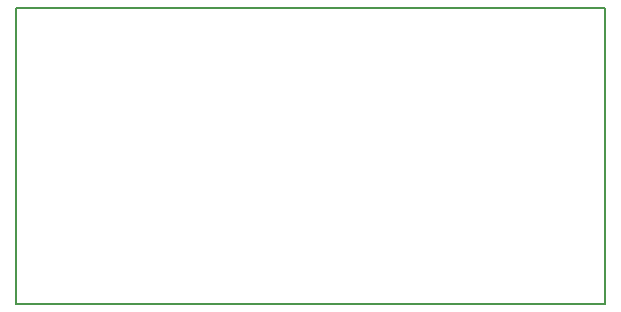
<source format=gbr>
G04 #@! TF.FileFunction,Profile,NP*
%FSLAX46Y46*%
G04 Gerber Fmt 4.6, Leading zero omitted, Abs format (unit mm)*
G04 Created by KiCad (PCBNEW 4.0.5-e0-6337~49~ubuntu15.04.1) date Fri Feb 24 10:43:51 2017*
%MOMM*%
%LPD*%
G01*
G04 APERTURE LIST*
%ADD10C,0.100000*%
%ADD11C,0.150000*%
G04 APERTURE END LIST*
D10*
D11*
X63000000Y-15800000D02*
X13100000Y-15800000D01*
X63000000Y-40800000D02*
X63000000Y-15800000D01*
X13100000Y-40800000D02*
X63000000Y-40800000D01*
X13100000Y-15800000D02*
X13100000Y-40800000D01*
M02*

</source>
